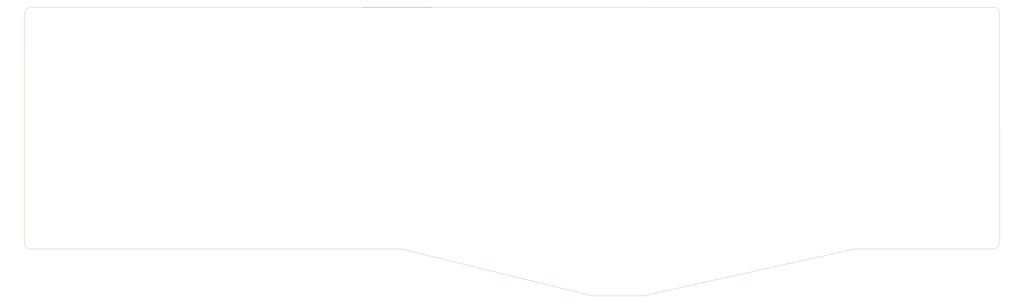
<source format=gbr>
%TF.GenerationSoftware,KiCad,Pcbnew,(5.1.10)-1*%
%TF.CreationDate,2021-06-20T00:30:46-07:00*%
%TF.ProjectId,HSC_Alice,4853435f-416c-4696-9365-2e6b69636164,rev?*%
%TF.SameCoordinates,Original*%
%TF.FileFunction,Profile,NP*%
%FSLAX46Y46*%
G04 Gerber Fmt 4.6, Leading zero omitted, Abs format (unit mm)*
G04 Created by KiCad (PCBNEW (5.1.10)-1) date 2021-06-20 00:30:46*
%MOMM*%
%LPD*%
G01*
G04 APERTURE LIST*
%TA.AperFunction,Profile*%
%ADD10C,0.050000*%
%TD*%
G04 APERTURE END LIST*
D10*
X-185658371Y-170357805D02*
G75*
G02*
X-189137800Y-173888400I-3479429J-50795D01*
G01*
X-188198000Y-54813200D02*
G75*
G02*
X-185683400Y-57327800I0J-2514600D01*
G01*
X-665937200Y-57912000D02*
G75*
G02*
X-662813000Y-54787800I3124200J0D01*
G01*
X-663421824Y-173862866D02*
G75*
G02*
X-666013400Y-171297600I-26176J2565266D01*
G01*
X-185658000Y-170357800D02*
X-185683400Y-57327800D01*
X-257032000Y-173888400D02*
X-189137800Y-173888400D01*
X-361213400Y-196977000D02*
X-257032000Y-173888400D01*
X-386181600Y-196977000D02*
X-361213400Y-196977000D01*
X-480237800Y-173863000D02*
X-386181600Y-196977000D01*
X-663421824Y-173862866D02*
X-480237800Y-173863000D01*
X-665988000Y-97637600D02*
X-665937200Y-57912000D01*
X-666013400Y-171297600D02*
X-665988000Y-97637600D01*
X-555802800Y-54762400D02*
X-662813000Y-54787800D01*
X-532561800Y-54787800D02*
X-555802800Y-54762400D01*
X-465912200Y-54838600D02*
X-532561800Y-54787800D01*
X-188198000Y-54813200D02*
X-532561800Y-54787800D01*
M02*

</source>
